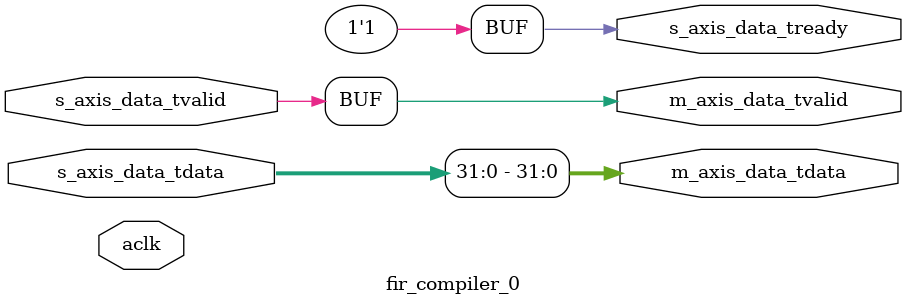
<source format=v>
module fir_compiler_0
	(
		input			aclk				,
		input			s_axis_data_tvalid	,
		output			s_axis_data_tready	,
		input	[255:0]	s_axis_data_tdata	,
		output			m_axis_data_tvalid	,
		output	[31:0]	m_axis_data_tdata
);

assign s_axis_data_tready 	= 1'b1;
assign m_axis_data_tvalid	= s_axis_data_tvalid;
assign m_axis_data_tdata	= s_axis_data_tdata[31:0];

endmodule

</source>
